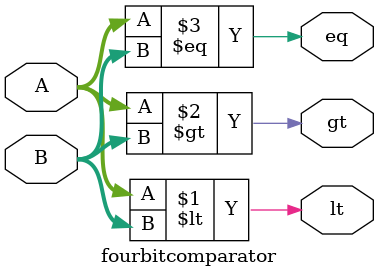
<source format=v>
module fourbitcomparator(
  input [3:0] A, B,
  output lt, gt, eq
);
  assign lt = A < B;
  assign gt = A > B;
  assign eq = A==B;
endmodule 

</source>
